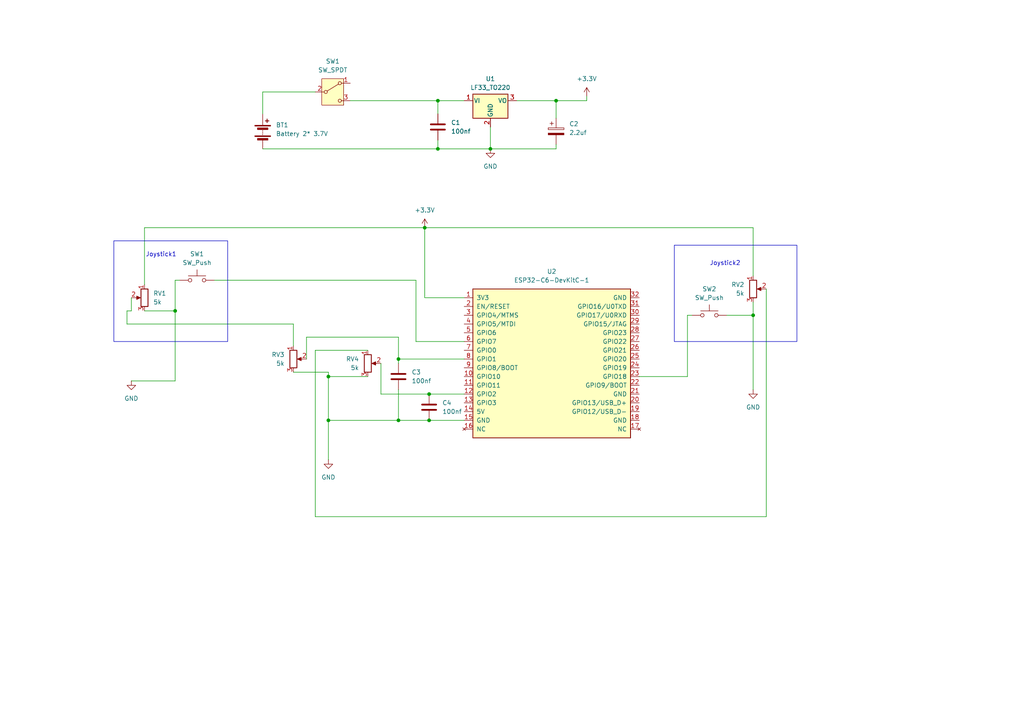
<source format=kicad_sch>
(kicad_sch (version 20250114) (generator "eeschema") (generator_version "9.0")
  (paper "A4")
  (lib_symbols
    (symbol "Device:Battery" (pin_numbers (hide yes)) (pin_names (offset 0) (hide yes))
      (property "Reference" "BT" (at 2.54 2.54 0))
      (property "Value" "Battery" (at 2.54 0 0))
      (symbol "Battery_0_1"
        (rectangle (start -2.286 1.778) (end 2.286 1.524) (fill (type outline)))
        (rectangle (start -2.286 -1.27) (end 2.286 -1.524) (fill (type outline)))
        (rectangle (start -1.524 1.016) (end 1.524 0.508) (fill (type outline)))
        (rectangle (start -1.524 -2.032) (end 1.524 -2.54) (fill (type outline)))
        (polyline (pts (xy 0 1.778) (xy 0 2.54)))
        (polyline (pts (xy 0 0) (xy 0 0.254)))
        (polyline (pts (xy 0 -0.508) (xy 0 -0.254)))
        (polyline (pts (xy 0 -1.016) (xy 0 -0.762)))
        (polyline (pts (xy 0.762 3.048) (xy 1.778 3.048)) (stroke (width 0.254)))
        (polyline (pts (xy 1.27 3.556) (xy 1.27 2.54)) (stroke (width 0.254)))
      )
      (symbol "Battery_1_1"
        (pin passive line (at 0 5.08 270) (length 2.54) (name "+") (number "1"))
        (pin passive line (at 0 -5.08 90) (length 2.54) (name "-") (number "2"))
      )
    )
    (symbol "Device:C" (pin_numbers (hide yes)) (pin_names (offset 0.254))
      (property "Reference" "C" (at 0.635 2.54 0))
      (property "Value" "C" (at 0.635 -2.54 0))
      (symbol "C_0_1"
        (polyline (pts (xy -2.032 0.762) (xy 2.032 0.762)) (stroke (width 0.508)))
        (polyline (pts (xy -2.032 -0.762) (xy 2.032 -0.762)) (stroke (width 0.508)))
      )
      (symbol "C_1_1"
        (pin passive line (at 0 3.81 270) (length 2.794) (name "~") (number "1"))
        (pin passive line (at 0 -3.81 90) (length 2.794) (name "~") (number "2"))
      )
    )
    (symbol "Device:C_Polarized" (pin_numbers (hide yes)) (pin_names (offset 0.254))
      (property "Reference" "C" (at 0.635 2.54 0))
      (property "Value" "C_Polarized" (at 0.635 -2.54 0))
      (symbol "C_Polarized_0_1"
        (rectangle (start -2.286 0.508) (end 2.286 1.016))
        (polyline (pts (xy -1.778 2.286) (xy -0.762 2.286)))
        (polyline (pts (xy -1.27 2.794) (xy -1.27 1.778)))
        (rectangle (start 2.286 -0.508) (end -2.286 -1.016) (fill (type outline)))
      )
      (symbol "C_Polarized_1_1"
        (pin passive line (at 0 3.81 270) (length 2.794) (name "~") (number "1"))
        (pin passive line (at 0 -3.81 90) (length 2.794) (name "~") (number "2"))
      )
    )
    (symbol "Device:R_Potentiometer" (pin_names (offset 1.016) (hide yes))
      (property "Reference" "RV" (at -4.445 0 90))
      (property "Value" "R_Potentiometer" (at -2.54 0 90))
      (symbol "R_Potentiometer_0_1"
        (rectangle (start 1.016 2.54) (end -1.016 -2.54) (stroke (width 0.254)))
        (polyline (pts (xy 1.143 0) (xy 2.286 0.508) (xy 2.286 -0.508) (xy 1.143 0)) (fill (type outline)))
        (polyline (pts (xy 2.54 0) (xy 1.524 0)))
      )
      (symbol "R_Potentiometer_1_1"
        (pin passive line (at 0 3.81 270) (length 1.27) (name "1") (number "1"))
        (pin passive line (at 0 -3.81 90) (length 1.27) (name "3") (number "3"))
        (pin passive line (at 3.81 0 180) (length 1.27) (name "2") (number "2"))
      )
    )
    (symbol "Espressif:ESP32-C6-DevKitC-1" (pin_names (offset 1.016))
      (property "Reference" "U" (at -22.86 25.4 0))
      (property "Value" "ESP32-C6-DevKitC-1" (at -22.86 22.86 0))
      (symbol "ESP32-C6-DevKitC-1_0_1"
        (rectangle (start -22.86 20.32) (end 22.86 -22.86) (stroke (width 0.254)) (fill (type background)))
      )
      (symbol "ESP32-C6-DevKitC-1_1_0"
        (pin input line (at -25.4 15.24 0) (length 2.54) (name "EN/RESET") (number "2"))
        (pin power_in line (at -25.4 -15.24 0) (length 2.54) (name "5V") (number "14"))
      )
      (symbol "ESP32-C6-DevKitC-1_1_1"
        (pin power_in line (at -25.4 17.78 0) (length 2.54) (name "3V3") (number "1"))
        (pin bidirectional line (at -25.4 12.7 0) (length 2.54) (name "GPIO4/MTMS") (number "3"))
        (pin bidirectional line (at -25.4 10.16 0) (length 2.54) (name "GPIO5/MTDI") (number "4"))
        (pin bidirectional line (at -25.4 7.62 0) (length 2.54) (name "GPIO6") (number "5"))
        (pin bidirectional line (at -25.4 5.08 0) (length 2.54) (name "GPIO7") (number "6"))
        (pin bidirectional line (at -25.4 2.54 0) (length 2.54) (name "GPIO0") (number "7"))
        (pin bidirectional line (at -25.4 0 0) (length 2.54) (name "GPIO1") (number "8"))
        (pin bidirectional line (at -25.4 -2.54 0) (length 2.54) (name "GPIO8/BOOT") (number "9"))
        (pin bidirectional line (at -25.4 -5.08 0) (length 2.54) (name "GPIO10") (number "10"))
        (pin bidirectional line (at -25.4 -7.62 0) (length 2.54) (name "GPIO11") (number "11"))
        (pin bidirectional line (at -25.4 -10.16 0) (length 2.54) (name "GPIO2") (number "12"))
        (pin bidirectional line (at -25.4 -12.7 0) (length 2.54) (name "GPIO3") (number "13"))
        (pin power_in line (at -25.4 -17.78 0) (length 2.54) (name "GND") (number "15"))
        (pin no_connect line (at -25.4 -20.32 0) (length 2.54) (name "NC") (number "16"))
        (pin power_in line (at 25.4 17.78 180) (length 2.54) (name "GND") (number "32"))
        (pin bidirectional line (at 25.4 15.24 180) (length 2.54) (name "GPIO16/U0TXD") (number "31"))
        (pin bidirectional line (at 25.4 12.7 180) (length 2.54) (name "GPIO17/U0RXD") (number "30"))
        (pin bidirectional line (at 25.4 10.16 180) (length 2.54) (name "GPIO15/JTAG") (number "29"))
        (pin bidirectional line (at 25.4 7.62 180) (length 2.54) (name "GPIO23") (number "28"))
        (pin bidirectional line (at 25.4 5.08 180) (length 2.54) (name "GPIO22") (number "27"))
        (pin bidirectional line (at 25.4 2.54 180) (length 2.54) (name "GPIO21") (number "26"))
        (pin bidirectional line (at 25.4 0 180) (length 2.54) (name "GPIO20") (number "25"))
        (pin bidirectional line (at 25.4 -2.54 180) (length 2.54) (name "GPIO19") (number "24"))
        (pin bidirectional line (at 25.4 -5.08 180) (length 2.54) (name "GPIO18") (number "23"))
        (pin bidirectional line (at 25.4 -7.62 180) (length 2.54) (name "GPIO9/BOOT") (number "22"))
        (pin power_in line (at 25.4 -10.16 180) (length 2.54) (name "GND") (number "21"))
        (pin bidirectional line (at 25.4 -12.7 180) (length 2.54) (name "GPIO13/USB_D+") (number "20"))
        (pin bidirectional line (at 25.4 -15.24 180) (length 2.54) (name "GPIO12/USB_D-") (number "19"))
        (pin power_in line (at 25.4 -17.78 180) (length 2.54) (name "GND") (number "18"))
        (pin no_connect line (at 25.4 -20.32 180) (length 2.54) (name "NC") (number "17"))
      )
    )
    (symbol "Regulator_Linear:LF33_TO220" (pin_names (offset 0.254))
      (property "Reference" "U" (at -3.81 3.175 0))
      (property "Value" "LF33_TO220" (at 0 3.175 0))
      (symbol "LF33_TO220_0_1"
        (rectangle (start -5.08 1.905) (end 5.08 -5.08) (stroke (width 0.254)) (fill (type background)))
      )
      (symbol "LF33_TO220_1_1"
        (pin power_in line (at -7.62 0 0) (length 2.54) (name "VI") (number "1"))
        (pin power_in line (at 0 -7.62 90) (length 2.54) (name "GND") (number "2"))
        (pin power_out line (at 7.62 0 180) (length 2.54) (name "VO") (number "3"))
      )
    )
    (symbol "Switch:SW_Push" (pin_numbers (hide yes)) (pin_names (offset 1.016) (hide yes))
      (property "Reference" "SW" (at 1.27 2.54 0))
      (property "Value" "SW_Push" (at 0 -1.524 0))
      (symbol "SW_Push_0_1"
        (circle (center -2.032 0) (radius 0.508))
        (polyline (pts (xy 0 1.27) (xy 0 3.048)))
        (circle (center 2.032 0) (radius 0.508))
        (polyline (pts (xy 2.54 1.27) (xy -2.54 1.27)))
        (pin passive line (at -5.08 0 0) (length 2.54) (name "1") (number "1"))
        (pin passive line (at 5.08 0 180) (length 2.54) (name "2") (number "2"))
      )
    )
    (symbol "Switch:SW_SPDT" (pin_names (offset 0) (hide yes))
      (property "Reference" "SW" (at 0 5.08 0))
      (property "Value" "SW_SPDT" (at 0 -5.08 0))
      (symbol "SW_SPDT_0_1"
        (circle (center -2.032 0) (radius 0.4572))
        (polyline (pts (xy -1.651 0.254) (xy 1.651 2.286)))
        (circle (center 2.032 2.54) (radius 0.4572))
        (circle (center 2.032 -2.54) (radius 0.4572))
      )
      (symbol "SW_SPDT_1_1"
        (rectangle (start -3.175 3.81) (end 3.175 -3.81) (fill (type background)))
        (pin passive line (at -5.08 0 0) (length 2.54) (name "B") (number "2"))
        (pin passive line (at 5.08 2.54 180) (length 2.54) (name "A") (number "1"))
        (pin passive line (at 5.08 -2.54 180) (length 2.54) (name "C") (number "3"))
      )
    )
    (symbol "power:+3.3V" (power) (pin_numbers (hide yes)) (pin_names (offset 0) (hide yes))
      (property "Value" "+3.3V" (at 0 3.556 0))
      (symbol "+3.3V_0_1"
        (polyline (pts (xy -0.762 1.27) (xy 0 2.54)))
        (polyline (pts (xy 0 2.54) (xy 0.762 1.27)))
        (polyline (pts (xy 0 0) (xy 0 2.54)))
      )
      (symbol "+3.3V_1_1"
        (pin power_in line (at 0 0 90) (length 0) (name "~") (number "1"))
      )
    )
    (symbol "power:GND" (power) (pin_numbers (hide yes)) (pin_names (offset 0) (hide yes))
      (property "Value" "GND" (at 0 -3.81 0))
      (symbol "GND_0_1"
        (polyline (pts (xy 0 0) (xy 0 -1.27) (xy 1.27 -1.27) (xy 0 -2.54) (xy -1.27 -1.27) (xy 0 -1.27)))
      )
      (symbol "GND_1_1"
        (pin power_in line (at 0 0 270) (length 0) (name "~") (number "1"))
      )
    )
  )
  (rectangle (start 33.02 69.85) (end 66.04 99.06))
  (rectangle (start 195.58 71.12) (end 231.14 99.06))
  (text "Joystick1\n" (exclude_from_sim yes) (at 46.736 73.914 0) (effects (font (size 1.27 1.27))))
  (text "Joystick2\n" (exclude_from_sim yes) (at 210.312 76.454 0) (effects (font (size 1.27 1.27))))
  (junction (at 50.8 90.17))
  (junction (at 218.44 91.44))
  (junction (at 161.29 29.21))
  (junction (at 127 29.21))
  (junction (at 95.25 121.92))
  (junction (at 95.25 109.22))
  (junction (at 142.24 43.18))
  (junction (at 115.57 104.14))
  (junction (at 124.46 114.3))
  (junction (at 127 43.18))
  (junction (at 115.57 121.92))
  (junction (at 123.19 66.04))
  (junction (at 124.46 121.92))
  (wire (pts (xy 91.44 149.86) (xy 91.44 101.6)))
  (wire (pts (xy 115.57 97.79) (xy 115.57 104.14)))
  (wire (pts (xy 134.62 86.36) (xy 123.19 86.36)))
  (wire (pts (xy 210.82 91.44) (xy 218.44 91.44)))
  (wire (pts (xy 50.8 81.28) (xy 50.8 90.17)))
  (wire (pts (xy 142.24 36.83) (xy 142.24 43.18)))
  (wire (pts (xy 115.57 113.03) (xy 115.57 121.92)))
  (wire (pts (xy 50.8 110.49) (xy 50.8 90.17)))
  (wire (pts (xy 115.57 121.92) (xy 124.46 121.92)))
  (wire (pts (xy 110.49 105.41) (xy 110.49 114.3)))
  (wire (pts (xy 199.39 91.44) (xy 200.66 91.44)))
  (wire (pts (xy 120.65 99.06) (xy 134.62 99.06)))
  (wire (pts (xy 218.44 91.44) (xy 218.44 87.63)))
  (wire (pts (xy 101.6 29.21) (xy 127 29.21)))
  (wire (pts (xy 91.44 101.6) (xy 106.68 101.6)))
  (wire (pts (xy 76.2 26.67) (xy 91.44 26.67)))
  (wire (pts (xy 95.25 109.22) (xy 95.25 121.92)))
  (wire (pts (xy 222.25 149.86) (xy 91.44 149.86)))
  (wire (pts (xy 36.83 90.17) (xy 38.1 90.17)))
  (wire (pts (xy 142.24 43.18) (xy 127 43.18)))
  (wire (pts (xy 123.19 66.04) (xy 218.44 66.04)))
  (wire (pts (xy 161.29 29.21) (xy 170.18 29.21)))
  (wire (pts (xy 222.25 83.82) (xy 222.25 149.86)))
  (wire (pts (xy 38.1 90.17) (xy 38.1 86.36)))
  (wire (pts (xy 95.25 109.22) (xy 106.68 109.22)))
  (wire (pts (xy 124.46 121.92) (xy 134.62 121.92)))
  (wire (pts (xy 36.83 90.17) (xy 36.83 93.98)))
  (wire (pts (xy 41.91 66.04) (xy 123.19 66.04)))
  (wire (pts (xy 52.07 81.28) (xy 50.8 81.28)))
  (wire (pts (xy 161.29 29.21) (xy 161.29 34.29)))
  (wire (pts (xy 95.25 107.95) (xy 95.25 109.22)))
  (wire (pts (xy 85.09 93.98) (xy 85.09 100.33)))
  (wire (pts (xy 127 29.21) (xy 134.62 29.21)))
  (wire (pts (xy 120.65 81.28) (xy 120.65 99.06)))
  (wire (pts (xy 95.25 121.92) (xy 95.25 133.35)))
  (wire (pts (xy 95.25 121.92) (xy 115.57 121.92)))
  (wire (pts (xy 142.24 43.18) (xy 161.29 43.18)))
  (wire (pts (xy 41.91 66.04) (xy 41.91 82.55)))
  (wire (pts (xy 170.18 29.21) (xy 170.18 27.94)))
  (wire (pts (xy 218.44 113.03) (xy 218.44 91.44)))
  (wire (pts (xy 110.49 114.3) (xy 124.46 114.3)))
  (wire (pts (xy 88.9 104.14) (xy 88.9 97.79)))
  (wire (pts (xy 115.57 104.14) (xy 134.62 104.14)))
  (wire (pts (xy 41.91 90.17) (xy 50.8 90.17)))
  (wire (pts (xy 161.29 41.91) (xy 161.29 43.18)))
  (wire (pts (xy 124.46 114.3) (xy 134.62 114.3)))
  (wire (pts (xy 115.57 104.14) (xy 115.57 105.41)))
  (wire (pts (xy 218.44 80.01) (xy 218.44 66.04)))
  (wire (pts (xy 36.83 93.98) (xy 85.09 93.98)))
  (wire (pts (xy 127 29.21) (xy 127 33.02)))
  (wire (pts (xy 123.19 66.04) (xy 123.19 86.36)))
  (wire (pts (xy 38.1 110.49) (xy 50.8 110.49)))
  (wire (pts (xy 62.23 81.28) (xy 120.65 81.28)))
  (wire (pts (xy 149.86 29.21) (xy 161.29 29.21)))
  (wire (pts (xy 127 40.64) (xy 127 43.18)))
  (wire (pts (xy 199.39 109.22) (xy 199.39 91.44)))
  (wire (pts (xy 76.2 26.67) (xy 76.2 33.02)))
  (wire (pts (xy 127 43.18) (xy 76.2 43.18)))
  (wire (pts (xy 85.09 107.95) (xy 95.25 107.95)))
  (wire (pts (xy 88.9 97.79) (xy 115.57 97.79)))
  (wire (pts (xy 185.42 109.22) (xy 199.39 109.22)))
  (symbol (lib_id "Switch:SW_SPDT") (at 96.52 26.67 0) (unit 1)
    (property "Reference" "SW1" (at 96.52 17.78 0))
    (property "Value" "SW_SPDT" (at 96.52 20.32 0))
    (property "Description" "Switch, single pole double throw" (effects (hide yes)))
  )
  (symbol (lib_id "Device:Battery") (at 76.2 38.1 0) (unit 1)
    (property "Reference" "BT1" (at 80.01 36.2584 0) (effects (justify left)))
    (property "Value" "Battery 2* 3.7V" (at 80.01 38.7984 0) (effects (justify left)))
    (property "Description" "Multiple-cell battery" (effects (hide yes)))
  )
  (symbol (lib_id "Device:R_Potentiometer") (at 41.91 86.36 0) (mirror y) (unit 1)
    (property "Reference" "RV1" (at 44.45 85.0899 0) (effects (justify right)))
    (property "Value" "5k" (at 44.45 87.6299 0) (effects (justify right)))
    (property "Description" "Potentiometer" (effects (hide yes)))
  )
  (symbol (lib_id "power:GND") (at 142.24 43.18 0) (unit 1)
    (property "Reference" "#PWR06" (effects (hide yes)))
    (property "Value" "GND" (at 142.24 48.26 0))
    (property "Description" "Power symbol creates a global label with name \"GND\" , ground" (effects (hide yes)))
  )
  (symbol (lib_id "Device:R_Potentiometer") (at 85.09 104.14 0) (unit 1)
    (property "Reference" "RV3" (at 82.55 102.8699 0) (effects (justify right)))
    (property "Value" "5k" (at 82.55 105.4099 0) (effects (justify right)))
    (property "Description" "Potentiometer" (effects (hide yes)))
  )
  (symbol (lib_id "Device:C") (at 127 36.83 0) (unit 1)
    (property "Reference" "C1" (at 130.81 35.5599 0) (effects (justify left)))
    (property "Value" "100nf" (at 130.81 38.0999 0) (effects (justify left)))
    (property "Description" "Unpolarized capacitor" (effects (hide yes)))
  )
  (symbol (lib_id "power:GND") (at 38.1 110.49 0) (unit 1)
    (property "Reference" "#PWR04" (effects (hide yes)))
    (property "Value" "GND" (at 38.1 115.57 0))
    (property "Description" "Power symbol creates a global label with name \"GND\" , ground" (effects (hide yes)))
  )
  (symbol (lib_id "Device:C") (at 115.57 109.22 0) (unit 1)
    (property "Reference" "C3" (at 119.38 107.9499 0) (effects (justify left)))
    (property "Value" "100nf" (at 119.38 110.4899 0) (effects (justify left)))
    (property "Description" "Unpolarized capacitor" (effects (hide yes)))
  )
  (symbol (lib_id "power:+3.3V") (at 123.19 66.04 0) (unit 1)
    (property "Reference" "#PWR08" (effects (hide yes)))
    (property "Value" "+3.3V" (at 123.19 60.96 0))
    (property "Description" "Power symbol creates a global label with name \"+3.3V\"" (effects (hide yes)))
  )
  (symbol (lib_id "power:GND") (at 95.25 133.35 0) (unit 1)
    (property "Reference" "#PWR01" (effects (hide yes)))
    (property "Value" "GND" (at 95.25 138.43 0))
    (property "Description" "Power symbol creates a global label with name \"GND\" , ground" (effects (hide yes)))
  )
  (symbol (lib_id "Device:C_Polarized") (at 161.29 38.1 0) (unit 1)
    (property "Reference" "C2" (at 165.1 35.9409 0) (effects (justify left)))
    (property "Value" "2.2uf" (at 165.1 38.4809 0) (effects (justify left)))
    (property "Description" "Polarized capacitor" (effects (hide yes)))
  )
  (symbol (lib_id "Switch:SW_Push") (at 205.74 91.44 0) (mirror y) (unit 1)
    (property "Reference" "SW2" (at 205.74 83.82 0))
    (property "Value" "SW_Push" (at 205.74 86.36 0))
    (property "Description" "Push button switch, generic, two pins" (effects (hide yes)))
  )
  (symbol (lib_id "power:GND") (at 218.44 113.03 0) (unit 1)
    (property "Reference" "#PWR03" (effects (hide yes)))
    (property "Value" "GND" (at 218.44 118.11 0))
    (property "Description" "Power symbol creates a global label with name \"GND\" , ground" (effects (hide yes)))
  )
  (symbol (lib_id "Device:R_Potentiometer") (at 106.68 105.41 0) (unit 1)
    (property "Reference" "RV4" (at 104.14 104.1399 0) (effects (justify right)))
    (property "Value" "5k" (at 104.14 106.6799 0) (effects (justify right)))
    (property "Description" "Potentiometer" (effects (hide yes)))
  )
  (symbol (lib_id "power:+3.3V") (at 170.18 27.94 0) (unit 1)
    (property "Reference" "#PWR07" (effects (hide yes)))
    (property "Value" "+3.3V" (at 170.18 22.86 0))
    (property "Description" "Power symbol creates a global label with name \"+3.3V\"" (effects (hide yes)))
  )
  (symbol (lib_id "Regulator_Linear:LF33_TO220") (at 142.24 29.21 0) (unit 1)
    (property "Reference" "U1" (at 142.24 22.86 0))
    (property "Value" "LF33_TO220" (at 142.24 25.4 0))
    (property "Footprint" "Package_TO_SOT_THT:TO-220-3_Vertical" (effects (hide yes)))
    (property "Datasheet" "http://www.st.com/content/ccc/resource/technical/document/datasheet/c4/0e/7e/2a/be/bc/4c/bd/CD00000546.pdf/files/CD00000546.pdf/jcr:content/translations/en.CD00000546.pdf" (effects (hide yes)))
    (property "Description" "Low-drop Voltage Regulator, Io up to 500mA, Fixed Vo 3.3V, TO-220" (effects (hide yes)))
  )
  (symbol (lib_id "Espressif:ESP32-C6-DevKitC-1") (at 160.02 104.14 0) (unit 1)
    (property "Reference" "U2" (at 160.02 78.74 0))
    (property "Value" "ESP32-C6-DevKitC-1" (at 160.02 81.28 0))
    (property "Footprint" "PCM_Espressif:ESP32-C6-DevKitC-1" (effects (hide yes)))
    (property "Datasheet" "https://docs.espressif.com/projects/espressif-esp-dev-kits/en/latest/esp32c6/esp32-c6-devkitc-1/user_guide.html" (effects (hide yes)))
    (property "Description" "ESP32-C6-DevKitC-1" (effects (hide yes)))
  )
  (symbol (lib_id "Switch:SW_Push") (at 57.15 81.28 0) (unit 1)
    (property "Reference" "SW1" (at 57.15 73.66 0))
    (property "Value" "SW_Push" (at 57.15 76.2 0))
    (property "Description" "Push button switch, generic, two pins" (effects (hide yes)))
  )
  (symbol (lib_id "Device:R_Potentiometer") (at 218.44 83.82 0) (unit 1)
    (property "Reference" "RV2" (at 215.9 82.5499 0) (effects (justify right)))
    (property "Value" "5k" (at 215.9 85.0899 0) (effects (justify right)))
    (property "Description" "Potentiometer" (effects (hide yes)))
  )
  (symbol (lib_id "Device:C") (at 124.46 118.11 0) (unit 1)
    (property "Reference" "C4" (at 128.27 116.8399 0) (effects (justify left)))
    (property "Value" "100nf" (at 128.27 119.3799 0) (effects (justify left)))
    (property "Description" "Unpolarized capacitor" (effects (hide yes)))
  )
)
</source>
